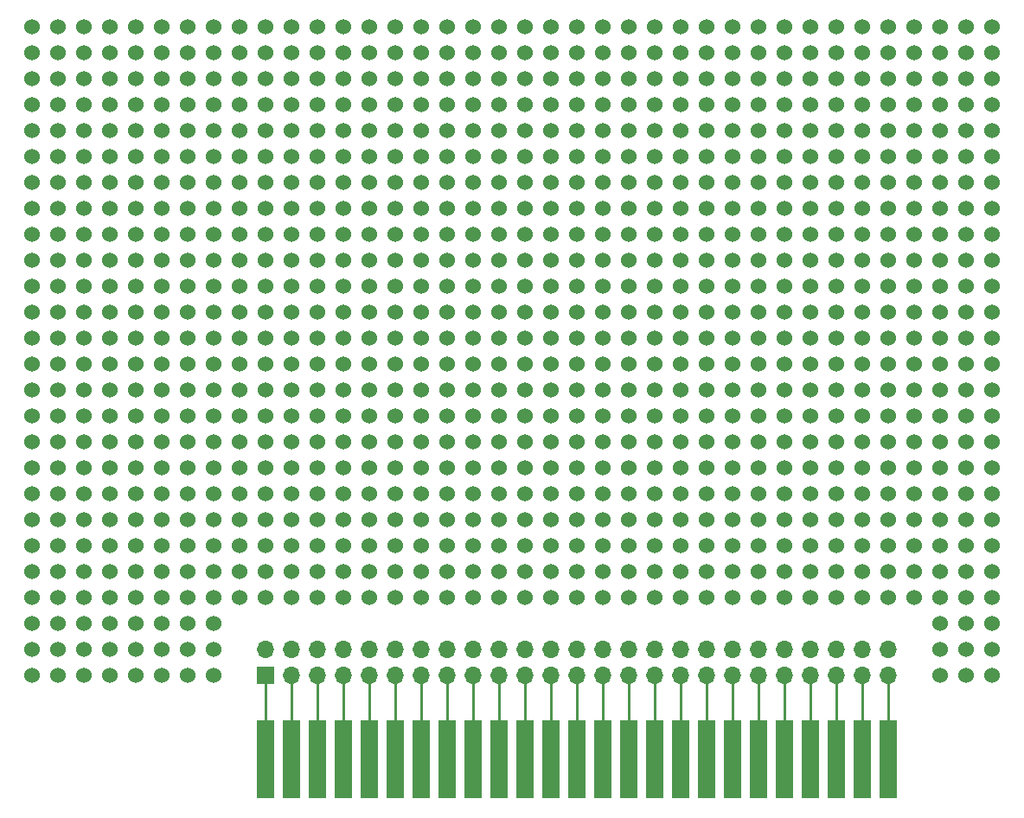
<source format=gtl>
G04 #@! TF.FileFunction,Copper,L1,Top,Signal*
%FSLAX46Y46*%
G04 Gerber Fmt 4.6, Leading zero omitted, Abs format (unit mm)*
G04 Created by KiCad (PCBNEW 4.0.7) date 08/21/19 17:33:11*
%MOMM*%
%LPD*%
G01*
G04 APERTURE LIST*
%ADD10C,0.100000*%
%ADD11C,1.524000*%
%ADD12R,1.778000X7.620000*%
%ADD13R,1.700000X1.700000*%
%ADD14O,1.700000X1.700000*%
%ADD15C,0.250000*%
G04 APERTURE END LIST*
D10*
D11*
X165735000Y-128905000D03*
X165735000Y-126365000D03*
X165735000Y-123825000D03*
X165735000Y-121285000D03*
X165735000Y-118745000D03*
X165735000Y-116205000D03*
X165735000Y-113665000D03*
X165735000Y-111125000D03*
X165735000Y-108585000D03*
X165735000Y-106045000D03*
X165735000Y-103505000D03*
X165735000Y-100965000D03*
X165735000Y-98425000D03*
X165735000Y-95885000D03*
X165735000Y-93345000D03*
X165735000Y-90805000D03*
X165735000Y-88265000D03*
X165735000Y-85725000D03*
X165735000Y-83185000D03*
X165735000Y-80645000D03*
X165735000Y-78105000D03*
X165735000Y-75565000D03*
X165735000Y-73025000D03*
X165735000Y-70485000D03*
X165735000Y-67945000D03*
X165735000Y-65405000D03*
X170815000Y-128905000D03*
X170815000Y-126365000D03*
X170815000Y-123825000D03*
X170815000Y-121285000D03*
X170815000Y-118745000D03*
X170815000Y-116205000D03*
X170815000Y-113665000D03*
X170815000Y-111125000D03*
X170815000Y-108585000D03*
X170815000Y-106045000D03*
X170815000Y-103505000D03*
X170815000Y-100965000D03*
X170815000Y-98425000D03*
X170815000Y-95885000D03*
X170815000Y-93345000D03*
X170815000Y-90805000D03*
X170815000Y-88265000D03*
X170815000Y-85725000D03*
X170815000Y-83185000D03*
X170815000Y-80645000D03*
X170815000Y-78105000D03*
X170815000Y-75565000D03*
X170815000Y-73025000D03*
X170815000Y-70485000D03*
X170815000Y-67945000D03*
X170815000Y-65405000D03*
X173355000Y-128905000D03*
X173355000Y-126365000D03*
X173355000Y-123825000D03*
X173355000Y-121285000D03*
X173355000Y-118745000D03*
X173355000Y-116205000D03*
X173355000Y-113665000D03*
X173355000Y-111125000D03*
X173355000Y-108585000D03*
X173355000Y-106045000D03*
X173355000Y-103505000D03*
X173355000Y-100965000D03*
X173355000Y-98425000D03*
X173355000Y-95885000D03*
X173355000Y-93345000D03*
X173355000Y-90805000D03*
X173355000Y-88265000D03*
X173355000Y-85725000D03*
X173355000Y-83185000D03*
X173355000Y-80645000D03*
X173355000Y-78105000D03*
X173355000Y-75565000D03*
X173355000Y-73025000D03*
X173355000Y-70485000D03*
X173355000Y-67945000D03*
X173355000Y-65405000D03*
X168275000Y-128905000D03*
X168275000Y-126365000D03*
X168275000Y-123825000D03*
X168275000Y-121285000D03*
X168275000Y-118745000D03*
X168275000Y-116205000D03*
X168275000Y-113665000D03*
X168275000Y-111125000D03*
X168275000Y-108585000D03*
X168275000Y-106045000D03*
X168275000Y-103505000D03*
X168275000Y-100965000D03*
X168275000Y-98425000D03*
X168275000Y-95885000D03*
X168275000Y-93345000D03*
X168275000Y-90805000D03*
X168275000Y-88265000D03*
X168275000Y-85725000D03*
X168275000Y-83185000D03*
X168275000Y-80645000D03*
X168275000Y-78105000D03*
X168275000Y-75565000D03*
X168275000Y-73025000D03*
X168275000Y-70485000D03*
X168275000Y-67945000D03*
X168275000Y-65405000D03*
X175895000Y-128905000D03*
X175895000Y-126365000D03*
X175895000Y-123825000D03*
X175895000Y-121285000D03*
X175895000Y-118745000D03*
X175895000Y-116205000D03*
X175895000Y-113665000D03*
X175895000Y-111125000D03*
X175895000Y-108585000D03*
X175895000Y-106045000D03*
X175895000Y-103505000D03*
X175895000Y-100965000D03*
X175895000Y-98425000D03*
X175895000Y-95885000D03*
X175895000Y-93345000D03*
X175895000Y-90805000D03*
X175895000Y-88265000D03*
X175895000Y-85725000D03*
X175895000Y-83185000D03*
X175895000Y-80645000D03*
X175895000Y-78105000D03*
X175895000Y-75565000D03*
X175895000Y-73025000D03*
X175895000Y-70485000D03*
X175895000Y-67945000D03*
X175895000Y-65405000D03*
X178435000Y-128905000D03*
X178435000Y-126365000D03*
X178435000Y-123825000D03*
X178435000Y-121285000D03*
X178435000Y-118745000D03*
X178435000Y-116205000D03*
X178435000Y-113665000D03*
X178435000Y-111125000D03*
X178435000Y-108585000D03*
X178435000Y-106045000D03*
X178435000Y-103505000D03*
X178435000Y-100965000D03*
X178435000Y-98425000D03*
X178435000Y-95885000D03*
X178435000Y-93345000D03*
X178435000Y-90805000D03*
X178435000Y-88265000D03*
X178435000Y-85725000D03*
X178435000Y-83185000D03*
X178435000Y-80645000D03*
X178435000Y-78105000D03*
X178435000Y-75565000D03*
X178435000Y-73025000D03*
X178435000Y-70485000D03*
X178435000Y-67945000D03*
X178435000Y-65405000D03*
X180975000Y-128905000D03*
X180975000Y-126365000D03*
X180975000Y-123825000D03*
X180975000Y-121285000D03*
X180975000Y-118745000D03*
X180975000Y-116205000D03*
X180975000Y-113665000D03*
X180975000Y-111125000D03*
X180975000Y-108585000D03*
X180975000Y-106045000D03*
X180975000Y-103505000D03*
X180975000Y-100965000D03*
X180975000Y-98425000D03*
X180975000Y-95885000D03*
X180975000Y-93345000D03*
X180975000Y-90805000D03*
X180975000Y-88265000D03*
X180975000Y-85725000D03*
X180975000Y-83185000D03*
X180975000Y-80645000D03*
X180975000Y-78105000D03*
X180975000Y-75565000D03*
X180975000Y-73025000D03*
X180975000Y-70485000D03*
X180975000Y-67945000D03*
X180975000Y-65405000D03*
X183515000Y-128905000D03*
X183515000Y-126365000D03*
X183515000Y-123825000D03*
X183515000Y-121285000D03*
X183515000Y-118745000D03*
X183515000Y-116205000D03*
X183515000Y-113665000D03*
X183515000Y-111125000D03*
X183515000Y-108585000D03*
X183515000Y-106045000D03*
X183515000Y-103505000D03*
X183515000Y-100965000D03*
X183515000Y-98425000D03*
X183515000Y-95885000D03*
X183515000Y-93345000D03*
X183515000Y-90805000D03*
X183515000Y-88265000D03*
X183515000Y-85725000D03*
X183515000Y-83185000D03*
X183515000Y-80645000D03*
X183515000Y-78105000D03*
X183515000Y-75565000D03*
X183515000Y-73025000D03*
X183515000Y-70485000D03*
X183515000Y-67945000D03*
X183515000Y-65405000D03*
X186055000Y-121285000D03*
X186055000Y-118745000D03*
X186055000Y-116205000D03*
X186055000Y-113665000D03*
X186055000Y-111125000D03*
X186055000Y-108585000D03*
X186055000Y-106045000D03*
X186055000Y-103505000D03*
X186055000Y-100965000D03*
X186055000Y-98425000D03*
X186055000Y-95885000D03*
X186055000Y-93345000D03*
X186055000Y-90805000D03*
X186055000Y-88265000D03*
X186055000Y-85725000D03*
X186055000Y-83185000D03*
X186055000Y-80645000D03*
X186055000Y-78105000D03*
X186055000Y-75565000D03*
X186055000Y-73025000D03*
X186055000Y-70485000D03*
X186055000Y-67945000D03*
X186055000Y-65405000D03*
X188595000Y-121285000D03*
X188595000Y-118745000D03*
X188595000Y-116205000D03*
X188595000Y-113665000D03*
X188595000Y-111125000D03*
X188595000Y-108585000D03*
X188595000Y-106045000D03*
X188595000Y-103505000D03*
X188595000Y-100965000D03*
X188595000Y-98425000D03*
X188595000Y-95885000D03*
X188595000Y-93345000D03*
X188595000Y-90805000D03*
X188595000Y-88265000D03*
X188595000Y-85725000D03*
X188595000Y-83185000D03*
X188595000Y-80645000D03*
X188595000Y-78105000D03*
X188595000Y-75565000D03*
X188595000Y-73025000D03*
X188595000Y-70485000D03*
X188595000Y-67945000D03*
X188595000Y-65405000D03*
X191135000Y-121285000D03*
X191135000Y-118745000D03*
X191135000Y-116205000D03*
X191135000Y-113665000D03*
X191135000Y-111125000D03*
X191135000Y-108585000D03*
X191135000Y-106045000D03*
X191135000Y-103505000D03*
X191135000Y-100965000D03*
X191135000Y-98425000D03*
X191135000Y-95885000D03*
X191135000Y-93345000D03*
X191135000Y-90805000D03*
X191135000Y-88265000D03*
X191135000Y-85725000D03*
X191135000Y-83185000D03*
X191135000Y-80645000D03*
X191135000Y-78105000D03*
X191135000Y-75565000D03*
X191135000Y-73025000D03*
X191135000Y-70485000D03*
X191135000Y-67945000D03*
X191135000Y-65405000D03*
X193675000Y-121285000D03*
X193675000Y-118745000D03*
X193675000Y-116205000D03*
X193675000Y-113665000D03*
X193675000Y-111125000D03*
X193675000Y-108585000D03*
X193675000Y-106045000D03*
X193675000Y-103505000D03*
X193675000Y-100965000D03*
X193675000Y-98425000D03*
X193675000Y-95885000D03*
X193675000Y-93345000D03*
X193675000Y-90805000D03*
X193675000Y-88265000D03*
X193675000Y-85725000D03*
X193675000Y-83185000D03*
X193675000Y-80645000D03*
X193675000Y-78105000D03*
X193675000Y-75565000D03*
X193675000Y-73025000D03*
X193675000Y-70485000D03*
X193675000Y-67945000D03*
X193675000Y-65405000D03*
X196215000Y-121285000D03*
X196215000Y-118745000D03*
X196215000Y-116205000D03*
X196215000Y-113665000D03*
X196215000Y-111125000D03*
X196215000Y-108585000D03*
X196215000Y-106045000D03*
X196215000Y-103505000D03*
X196215000Y-100965000D03*
X196215000Y-98425000D03*
X196215000Y-95885000D03*
X196215000Y-93345000D03*
X196215000Y-90805000D03*
X196215000Y-88265000D03*
X196215000Y-85725000D03*
X196215000Y-83185000D03*
X196215000Y-80645000D03*
X196215000Y-78105000D03*
X196215000Y-75565000D03*
X196215000Y-73025000D03*
X196215000Y-70485000D03*
X196215000Y-67945000D03*
X196215000Y-65405000D03*
X198755000Y-121285000D03*
X198755000Y-118745000D03*
X198755000Y-116205000D03*
X198755000Y-113665000D03*
X198755000Y-111125000D03*
X198755000Y-108585000D03*
X198755000Y-106045000D03*
X198755000Y-103505000D03*
X198755000Y-100965000D03*
X198755000Y-98425000D03*
X198755000Y-95885000D03*
X198755000Y-93345000D03*
X198755000Y-90805000D03*
X198755000Y-88265000D03*
X198755000Y-85725000D03*
X198755000Y-83185000D03*
X198755000Y-80645000D03*
X198755000Y-78105000D03*
X198755000Y-75565000D03*
X198755000Y-73025000D03*
X198755000Y-70485000D03*
X198755000Y-67945000D03*
X198755000Y-65405000D03*
X201295000Y-121285000D03*
X201295000Y-118745000D03*
X201295000Y-116205000D03*
X201295000Y-113665000D03*
X201295000Y-111125000D03*
X201295000Y-108585000D03*
X201295000Y-106045000D03*
X201295000Y-103505000D03*
X201295000Y-100965000D03*
X201295000Y-98425000D03*
X201295000Y-95885000D03*
X201295000Y-93345000D03*
X201295000Y-90805000D03*
X201295000Y-88265000D03*
X201295000Y-85725000D03*
X201295000Y-83185000D03*
X201295000Y-80645000D03*
X201295000Y-78105000D03*
X201295000Y-75565000D03*
X201295000Y-73025000D03*
X201295000Y-70485000D03*
X201295000Y-67945000D03*
X201295000Y-65405000D03*
X203835000Y-121285000D03*
X203835000Y-118745000D03*
X203835000Y-116205000D03*
X203835000Y-113665000D03*
X203835000Y-111125000D03*
X203835000Y-108585000D03*
X203835000Y-106045000D03*
X203835000Y-103505000D03*
X203835000Y-100965000D03*
X203835000Y-98425000D03*
X203835000Y-95885000D03*
X203835000Y-93345000D03*
X203835000Y-90805000D03*
X203835000Y-88265000D03*
X203835000Y-85725000D03*
X203835000Y-83185000D03*
X203835000Y-80645000D03*
X203835000Y-78105000D03*
X203835000Y-75565000D03*
X203835000Y-73025000D03*
X203835000Y-70485000D03*
X203835000Y-67945000D03*
X203835000Y-65405000D03*
X206375000Y-121285000D03*
X206375000Y-118745000D03*
X206375000Y-116205000D03*
X206375000Y-113665000D03*
X206375000Y-111125000D03*
X206375000Y-108585000D03*
X206375000Y-106045000D03*
X206375000Y-103505000D03*
X206375000Y-100965000D03*
X206375000Y-98425000D03*
X206375000Y-95885000D03*
X206375000Y-93345000D03*
X206375000Y-90805000D03*
X206375000Y-88265000D03*
X206375000Y-85725000D03*
X206375000Y-83185000D03*
X206375000Y-80645000D03*
X206375000Y-78105000D03*
X206375000Y-75565000D03*
X206375000Y-73025000D03*
X206375000Y-70485000D03*
X206375000Y-67945000D03*
X206375000Y-65405000D03*
X208915000Y-121285000D03*
X208915000Y-118745000D03*
X208915000Y-116205000D03*
X208915000Y-113665000D03*
X208915000Y-111125000D03*
X208915000Y-108585000D03*
X208915000Y-106045000D03*
X208915000Y-103505000D03*
X208915000Y-100965000D03*
X208915000Y-98425000D03*
X208915000Y-95885000D03*
X208915000Y-93345000D03*
X208915000Y-90805000D03*
X208915000Y-88265000D03*
X208915000Y-85725000D03*
X208915000Y-83185000D03*
X208915000Y-80645000D03*
X208915000Y-78105000D03*
X208915000Y-75565000D03*
X208915000Y-73025000D03*
X208915000Y-70485000D03*
X208915000Y-67945000D03*
X208915000Y-65405000D03*
X211455000Y-121285000D03*
X211455000Y-118745000D03*
X211455000Y-116205000D03*
X211455000Y-113665000D03*
X211455000Y-111125000D03*
X211455000Y-108585000D03*
X211455000Y-106045000D03*
X211455000Y-103505000D03*
X211455000Y-100965000D03*
X211455000Y-98425000D03*
X211455000Y-95885000D03*
X211455000Y-93345000D03*
X211455000Y-90805000D03*
X211455000Y-88265000D03*
X211455000Y-85725000D03*
X211455000Y-83185000D03*
X211455000Y-80645000D03*
X211455000Y-78105000D03*
X211455000Y-75565000D03*
X211455000Y-73025000D03*
X211455000Y-70485000D03*
X211455000Y-67945000D03*
X211455000Y-65405000D03*
X213995000Y-121285000D03*
X213995000Y-118745000D03*
X213995000Y-116205000D03*
X213995000Y-113665000D03*
X213995000Y-111125000D03*
X213995000Y-108585000D03*
X213995000Y-106045000D03*
X213995000Y-103505000D03*
X213995000Y-100965000D03*
X213995000Y-98425000D03*
X213995000Y-95885000D03*
X213995000Y-93345000D03*
X213995000Y-90805000D03*
X213995000Y-88265000D03*
X213995000Y-85725000D03*
X213995000Y-83185000D03*
X213995000Y-80645000D03*
X213995000Y-78105000D03*
X213995000Y-75565000D03*
X213995000Y-73025000D03*
X213995000Y-70485000D03*
X213995000Y-67945000D03*
X213995000Y-65405000D03*
X216535000Y-121285000D03*
X216535000Y-118745000D03*
X216535000Y-116205000D03*
X216535000Y-113665000D03*
X216535000Y-111125000D03*
X216535000Y-108585000D03*
X216535000Y-106045000D03*
X216535000Y-103505000D03*
X216535000Y-100965000D03*
X216535000Y-98425000D03*
X216535000Y-95885000D03*
X216535000Y-93345000D03*
X216535000Y-90805000D03*
X216535000Y-88265000D03*
X216535000Y-85725000D03*
X216535000Y-83185000D03*
X216535000Y-80645000D03*
X216535000Y-78105000D03*
X216535000Y-75565000D03*
X216535000Y-73025000D03*
X216535000Y-70485000D03*
X216535000Y-67945000D03*
X216535000Y-65405000D03*
X219075000Y-121285000D03*
X219075000Y-118745000D03*
X219075000Y-116205000D03*
X219075000Y-113665000D03*
X219075000Y-111125000D03*
X219075000Y-108585000D03*
X219075000Y-106045000D03*
X219075000Y-103505000D03*
X219075000Y-100965000D03*
X219075000Y-98425000D03*
X219075000Y-95885000D03*
X219075000Y-93345000D03*
X219075000Y-90805000D03*
X219075000Y-88265000D03*
X219075000Y-85725000D03*
X219075000Y-83185000D03*
X219075000Y-80645000D03*
X219075000Y-78105000D03*
X219075000Y-75565000D03*
X219075000Y-73025000D03*
X219075000Y-70485000D03*
X219075000Y-67945000D03*
X219075000Y-65405000D03*
X221615000Y-121285000D03*
X221615000Y-118745000D03*
X221615000Y-116205000D03*
X221615000Y-113665000D03*
X221615000Y-111125000D03*
X221615000Y-108585000D03*
X221615000Y-106045000D03*
X221615000Y-103505000D03*
X221615000Y-100965000D03*
X221615000Y-98425000D03*
X221615000Y-95885000D03*
X221615000Y-93345000D03*
X221615000Y-90805000D03*
X221615000Y-88265000D03*
X221615000Y-85725000D03*
X221615000Y-83185000D03*
X221615000Y-80645000D03*
X221615000Y-78105000D03*
X221615000Y-75565000D03*
X221615000Y-73025000D03*
X221615000Y-70485000D03*
X221615000Y-67945000D03*
X221615000Y-65405000D03*
X224155000Y-121285000D03*
X224155000Y-118745000D03*
X224155000Y-116205000D03*
X224155000Y-113665000D03*
X224155000Y-111125000D03*
X224155000Y-108585000D03*
X224155000Y-106045000D03*
X224155000Y-103505000D03*
X224155000Y-100965000D03*
X224155000Y-98425000D03*
X224155000Y-95885000D03*
X224155000Y-93345000D03*
X224155000Y-90805000D03*
X224155000Y-88265000D03*
X224155000Y-85725000D03*
X224155000Y-83185000D03*
X224155000Y-80645000D03*
X224155000Y-78105000D03*
X224155000Y-75565000D03*
X224155000Y-73025000D03*
X224155000Y-70485000D03*
X224155000Y-67945000D03*
X224155000Y-65405000D03*
X226695000Y-121285000D03*
X226695000Y-118745000D03*
X226695000Y-116205000D03*
X226695000Y-113665000D03*
X226695000Y-111125000D03*
X226695000Y-108585000D03*
X226695000Y-106045000D03*
X226695000Y-103505000D03*
X226695000Y-100965000D03*
X226695000Y-98425000D03*
X226695000Y-95885000D03*
X226695000Y-93345000D03*
X226695000Y-90805000D03*
X226695000Y-88265000D03*
X226695000Y-85725000D03*
X226695000Y-83185000D03*
X226695000Y-80645000D03*
X226695000Y-78105000D03*
X226695000Y-75565000D03*
X226695000Y-73025000D03*
X226695000Y-70485000D03*
X226695000Y-67945000D03*
X226695000Y-65405000D03*
X229235000Y-121285000D03*
X229235000Y-118745000D03*
X229235000Y-116205000D03*
X229235000Y-113665000D03*
X229235000Y-111125000D03*
X229235000Y-108585000D03*
X229235000Y-106045000D03*
X229235000Y-103505000D03*
X229235000Y-100965000D03*
X229235000Y-98425000D03*
X229235000Y-95885000D03*
X229235000Y-93345000D03*
X229235000Y-90805000D03*
X229235000Y-88265000D03*
X229235000Y-85725000D03*
X229235000Y-83185000D03*
X229235000Y-80645000D03*
X229235000Y-78105000D03*
X229235000Y-75565000D03*
X229235000Y-73025000D03*
X229235000Y-70485000D03*
X229235000Y-67945000D03*
X229235000Y-65405000D03*
X231775000Y-121285000D03*
X231775000Y-118745000D03*
X231775000Y-116205000D03*
X231775000Y-113665000D03*
X231775000Y-111125000D03*
X231775000Y-108585000D03*
X231775000Y-106045000D03*
X231775000Y-103505000D03*
X231775000Y-100965000D03*
X231775000Y-98425000D03*
X231775000Y-95885000D03*
X231775000Y-93345000D03*
X231775000Y-90805000D03*
X231775000Y-88265000D03*
X231775000Y-85725000D03*
X231775000Y-83185000D03*
X231775000Y-80645000D03*
X231775000Y-78105000D03*
X231775000Y-75565000D03*
X231775000Y-73025000D03*
X231775000Y-70485000D03*
X231775000Y-67945000D03*
X231775000Y-65405000D03*
X234315000Y-121285000D03*
X234315000Y-118745000D03*
X234315000Y-116205000D03*
X234315000Y-113665000D03*
X234315000Y-111125000D03*
X234315000Y-108585000D03*
X234315000Y-106045000D03*
X234315000Y-103505000D03*
X234315000Y-100965000D03*
X234315000Y-98425000D03*
X234315000Y-95885000D03*
X234315000Y-93345000D03*
X234315000Y-90805000D03*
X234315000Y-88265000D03*
X234315000Y-85725000D03*
X234315000Y-83185000D03*
X234315000Y-80645000D03*
X234315000Y-78105000D03*
X234315000Y-75565000D03*
X234315000Y-73025000D03*
X234315000Y-70485000D03*
X234315000Y-67945000D03*
X234315000Y-65405000D03*
X236855000Y-121285000D03*
X236855000Y-118745000D03*
X236855000Y-116205000D03*
X236855000Y-113665000D03*
X236855000Y-111125000D03*
X236855000Y-108585000D03*
X236855000Y-106045000D03*
X236855000Y-103505000D03*
X236855000Y-100965000D03*
X236855000Y-98425000D03*
X236855000Y-95885000D03*
X236855000Y-93345000D03*
X236855000Y-90805000D03*
X236855000Y-88265000D03*
X236855000Y-85725000D03*
X236855000Y-83185000D03*
X236855000Y-80645000D03*
X236855000Y-78105000D03*
X236855000Y-75565000D03*
X236855000Y-73025000D03*
X236855000Y-70485000D03*
X236855000Y-67945000D03*
X236855000Y-65405000D03*
X239395000Y-121285000D03*
X239395000Y-118745000D03*
X239395000Y-116205000D03*
X239395000Y-113665000D03*
X239395000Y-111125000D03*
X239395000Y-108585000D03*
X239395000Y-106045000D03*
X239395000Y-103505000D03*
X239395000Y-100965000D03*
X239395000Y-98425000D03*
X239395000Y-95885000D03*
X239395000Y-93345000D03*
X239395000Y-90805000D03*
X239395000Y-88265000D03*
X239395000Y-85725000D03*
X239395000Y-83185000D03*
X239395000Y-80645000D03*
X239395000Y-78105000D03*
X239395000Y-75565000D03*
X239395000Y-73025000D03*
X239395000Y-70485000D03*
X239395000Y-67945000D03*
X239395000Y-65405000D03*
X241935000Y-121285000D03*
X241935000Y-118745000D03*
X241935000Y-116205000D03*
X241935000Y-113665000D03*
X241935000Y-111125000D03*
X241935000Y-108585000D03*
X241935000Y-106045000D03*
X241935000Y-103505000D03*
X241935000Y-100965000D03*
X241935000Y-98425000D03*
X241935000Y-95885000D03*
X241935000Y-93345000D03*
X241935000Y-90805000D03*
X241935000Y-88265000D03*
X241935000Y-85725000D03*
X241935000Y-83185000D03*
X241935000Y-80645000D03*
X241935000Y-78105000D03*
X241935000Y-75565000D03*
X241935000Y-73025000D03*
X241935000Y-70485000D03*
X241935000Y-67945000D03*
X241935000Y-65405000D03*
X244475000Y-121285000D03*
X244475000Y-118745000D03*
X244475000Y-116205000D03*
X244475000Y-113665000D03*
X244475000Y-111125000D03*
X244475000Y-108585000D03*
X244475000Y-106045000D03*
X244475000Y-103505000D03*
X244475000Y-100965000D03*
X244475000Y-98425000D03*
X244475000Y-95885000D03*
X244475000Y-93345000D03*
X244475000Y-90805000D03*
X244475000Y-88265000D03*
X244475000Y-85725000D03*
X244475000Y-83185000D03*
X244475000Y-80645000D03*
X244475000Y-78105000D03*
X244475000Y-75565000D03*
X244475000Y-73025000D03*
X244475000Y-70485000D03*
X244475000Y-67945000D03*
X244475000Y-65405000D03*
X247015000Y-121285000D03*
X247015000Y-118745000D03*
X247015000Y-116205000D03*
X247015000Y-113665000D03*
X247015000Y-111125000D03*
X247015000Y-108585000D03*
X247015000Y-106045000D03*
X247015000Y-103505000D03*
X247015000Y-100965000D03*
X247015000Y-98425000D03*
X247015000Y-95885000D03*
X247015000Y-93345000D03*
X247015000Y-90805000D03*
X247015000Y-88265000D03*
X247015000Y-85725000D03*
X247015000Y-83185000D03*
X247015000Y-80645000D03*
X247015000Y-78105000D03*
X247015000Y-75565000D03*
X247015000Y-73025000D03*
X247015000Y-70485000D03*
X247015000Y-67945000D03*
X247015000Y-65405000D03*
X249555000Y-121285000D03*
X249555000Y-118745000D03*
X249555000Y-116205000D03*
X249555000Y-113665000D03*
X249555000Y-111125000D03*
X249555000Y-108585000D03*
X249555000Y-106045000D03*
X249555000Y-103505000D03*
X249555000Y-100965000D03*
X249555000Y-98425000D03*
X249555000Y-95885000D03*
X249555000Y-93345000D03*
X249555000Y-90805000D03*
X249555000Y-88265000D03*
X249555000Y-85725000D03*
X249555000Y-83185000D03*
X249555000Y-80645000D03*
X249555000Y-78105000D03*
X249555000Y-75565000D03*
X249555000Y-73025000D03*
X249555000Y-70485000D03*
X249555000Y-67945000D03*
X249555000Y-65405000D03*
X252095000Y-121285000D03*
X252095000Y-118745000D03*
X252095000Y-116205000D03*
X252095000Y-113665000D03*
X252095000Y-111125000D03*
X252095000Y-108585000D03*
X252095000Y-106045000D03*
X252095000Y-103505000D03*
X252095000Y-100965000D03*
X252095000Y-98425000D03*
X252095000Y-95885000D03*
X252095000Y-93345000D03*
X252095000Y-90805000D03*
X252095000Y-88265000D03*
X252095000Y-85725000D03*
X252095000Y-83185000D03*
X252095000Y-80645000D03*
X252095000Y-78105000D03*
X252095000Y-75565000D03*
X252095000Y-73025000D03*
X252095000Y-70485000D03*
X252095000Y-67945000D03*
X252095000Y-65405000D03*
X254635000Y-128905000D03*
X254635000Y-126365000D03*
X254635000Y-123825000D03*
X254635000Y-121285000D03*
X254635000Y-118745000D03*
X254635000Y-116205000D03*
X254635000Y-113665000D03*
X254635000Y-111125000D03*
X254635000Y-108585000D03*
X254635000Y-106045000D03*
X254635000Y-103505000D03*
X254635000Y-100965000D03*
X254635000Y-98425000D03*
X254635000Y-95885000D03*
X254635000Y-93345000D03*
X254635000Y-90805000D03*
X254635000Y-88265000D03*
X254635000Y-85725000D03*
X254635000Y-83185000D03*
X254635000Y-80645000D03*
X254635000Y-78105000D03*
X254635000Y-75565000D03*
X254635000Y-73025000D03*
X254635000Y-70485000D03*
X254635000Y-67945000D03*
X254635000Y-65405000D03*
X257175000Y-128905000D03*
X257175000Y-126365000D03*
X257175000Y-123825000D03*
X257175000Y-121285000D03*
X257175000Y-118745000D03*
X257175000Y-116205000D03*
X257175000Y-113665000D03*
X257175000Y-111125000D03*
X257175000Y-108585000D03*
X257175000Y-106045000D03*
X257175000Y-103505000D03*
X257175000Y-100965000D03*
X257175000Y-98425000D03*
X257175000Y-95885000D03*
X257175000Y-93345000D03*
X257175000Y-90805000D03*
X257175000Y-88265000D03*
X257175000Y-85725000D03*
X257175000Y-83185000D03*
X257175000Y-80645000D03*
X257175000Y-78105000D03*
X257175000Y-75565000D03*
X257175000Y-73025000D03*
X257175000Y-70485000D03*
X257175000Y-67945000D03*
X257175000Y-65405000D03*
X259715000Y-128905000D03*
X259715000Y-126365000D03*
X259715000Y-123825000D03*
X259715000Y-121285000D03*
X259715000Y-118745000D03*
X259715000Y-116205000D03*
X259715000Y-113665000D03*
X259715000Y-111125000D03*
X259715000Y-108585000D03*
X259715000Y-106045000D03*
X259715000Y-103505000D03*
X259715000Y-100965000D03*
X259715000Y-98425000D03*
X259715000Y-95885000D03*
X259715000Y-93345000D03*
X259715000Y-90805000D03*
X259715000Y-88265000D03*
X259715000Y-85725000D03*
X259715000Y-83185000D03*
X259715000Y-80645000D03*
X259715000Y-78105000D03*
X259715000Y-75565000D03*
X259715000Y-73025000D03*
X259715000Y-70485000D03*
X259715000Y-67945000D03*
X259715000Y-65405000D03*
D12*
X188595000Y-137160000D03*
X191135000Y-137160000D03*
X193675000Y-137160000D03*
X196215000Y-137160000D03*
X198755000Y-137160000D03*
X201295000Y-137160000D03*
X203835000Y-137160000D03*
X206375000Y-137160000D03*
X208915000Y-137160000D03*
X211455000Y-137160000D03*
X213995000Y-137160000D03*
X216535000Y-137160000D03*
X219075000Y-137160000D03*
X221615000Y-137160000D03*
X224155000Y-137160000D03*
X226695000Y-137160000D03*
X229235000Y-137160000D03*
X231775000Y-137160000D03*
X234315000Y-137160000D03*
X236855000Y-137160000D03*
X239395000Y-137160000D03*
X241935000Y-137160000D03*
X244475000Y-137160000D03*
X247015000Y-137160000D03*
X249555000Y-137160000D03*
D13*
X188595000Y-128905000D03*
D14*
X191135000Y-128905000D03*
X193675000Y-128905000D03*
X196215000Y-128905000D03*
X198755000Y-128905000D03*
X201295000Y-128905000D03*
X203835000Y-128905000D03*
X206375000Y-128905000D03*
X208915000Y-128905000D03*
X211455000Y-128905000D03*
X213995000Y-128905000D03*
X216535000Y-128905000D03*
X219075000Y-128905000D03*
X221615000Y-128905000D03*
X224155000Y-128905000D03*
X226695000Y-128905000D03*
X229235000Y-128905000D03*
X231775000Y-128905000D03*
X234315000Y-128905000D03*
X236855000Y-128905000D03*
X239395000Y-128905000D03*
X241935000Y-128905000D03*
X244475000Y-128905000D03*
X247015000Y-128905000D03*
X249555000Y-128905000D03*
X249555000Y-126365000D03*
X247015000Y-126365000D03*
X244475000Y-126365000D03*
X241935000Y-126365000D03*
X239395000Y-126365000D03*
X236855000Y-126365000D03*
X234315000Y-126365000D03*
X231775000Y-126365000D03*
X229235000Y-126365000D03*
X226695000Y-126365000D03*
X224155000Y-126365000D03*
X221615000Y-126365000D03*
X219075000Y-126365000D03*
X216535000Y-126365000D03*
X213995000Y-126365000D03*
X211455000Y-126365000D03*
X208915000Y-126365000D03*
X206375000Y-126365000D03*
X203835000Y-126365000D03*
X201295000Y-126365000D03*
X198755000Y-126365000D03*
X196215000Y-126365000D03*
X193675000Y-126365000D03*
X191135000Y-126365000D03*
X188595000Y-126365000D03*
D15*
X188595000Y-128905000D02*
X188595000Y-137160000D01*
X191135000Y-128905000D02*
X191135000Y-137160000D01*
X193675000Y-128905000D02*
X193675000Y-137160000D01*
X196215000Y-128905000D02*
X196215000Y-137160000D01*
X198755000Y-128905000D02*
X198755000Y-137160000D01*
X201295000Y-128905000D02*
X201295000Y-137160000D01*
X203835000Y-128905000D02*
X203835000Y-137160000D01*
X206375000Y-128905000D02*
X206375000Y-137160000D01*
X208915000Y-128905000D02*
X208915000Y-137160000D01*
X211455000Y-128905000D02*
X211455000Y-137160000D01*
X213995000Y-128905000D02*
X213995000Y-137160000D01*
X216535000Y-128905000D02*
X216535000Y-137160000D01*
X219075000Y-128905000D02*
X219075000Y-137160000D01*
X221615000Y-128905000D02*
X221615000Y-137160000D01*
X224155000Y-128905000D02*
X224155000Y-137160000D01*
X226695000Y-128905000D02*
X226695000Y-137160000D01*
X229235000Y-128905000D02*
X229235000Y-137160000D01*
X231775000Y-128905000D02*
X231775000Y-137160000D01*
X236855000Y-128905000D02*
X236855000Y-137160000D01*
X239395000Y-128905000D02*
X239395000Y-137160000D01*
X241935000Y-128905000D02*
X241935000Y-137160000D01*
X244475000Y-128905000D02*
X244475000Y-137160000D01*
X247015000Y-128905000D02*
X247015000Y-137160000D01*
X249555000Y-128905000D02*
X249555000Y-137160000D01*
X234315000Y-128905000D02*
X234315000Y-137160000D01*
M02*

</source>
